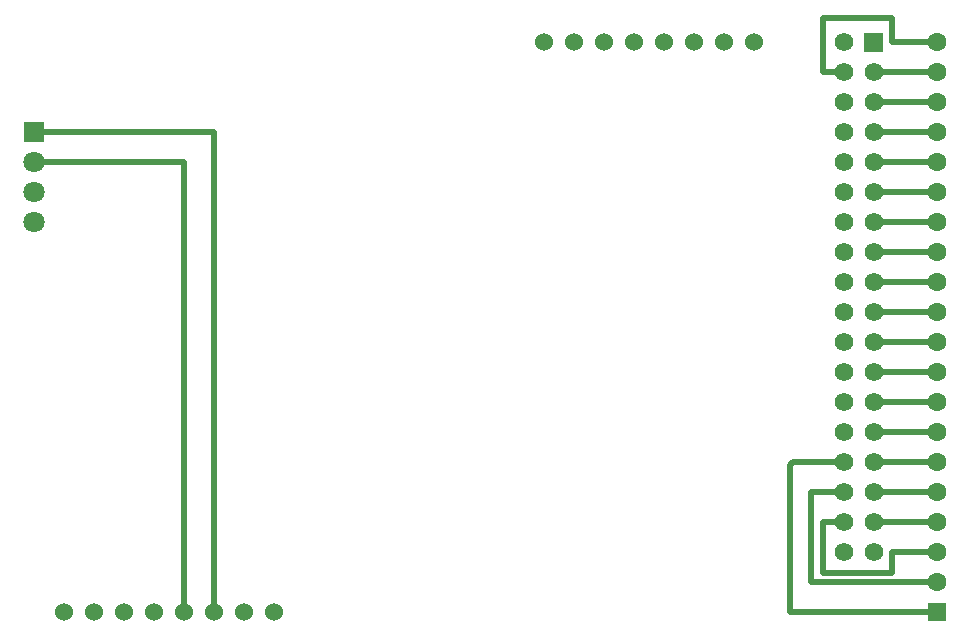
<source format=gbl>
G04 Layer: BottomLayer*
G04 EasyEDA v6.5.3, 2022-04-04 14:49:07*
G04 cbda9177925744229a5c16aaf3607e86,be635ba5e1a24524a6f9dddda72dafc0,10*
G04 Gerber Generator version 0.2*
G04 Scale: 100 percent, Rotated: No, Reflected: No *
G04 Dimensions in millimeters *
G04 leading zeros omitted , absolute positions ,4 integer and 5 decimal *
%FSLAX45Y45*%
%MOMM*%

%ADD11C,0.5080*%
%ADD12R,1.8000X1.8000*%
%ADD13C,1.8000*%
%ADD14C,1.6000*%
%ADD15R,1.6000X1.6000*%
%ADD16C,1.5240*%
%ADD17C,1.5700*%

%LPD*%
D11*
X-83058000Y65532000D02*
G01*
X-82524600Y65532000D01*
X-83312000Y65532000D02*
G01*
X-83489800Y65532000D01*
X-83489800Y65989200D01*
X-82905600Y65989200D01*
X-82905600Y65786000D01*
X-82524600Y65786000D01*
X-83312000Y61976000D02*
G01*
X-83591400Y61976000D01*
X-83591400Y61214000D01*
X-82524600Y61214000D01*
X-83312000Y61722000D02*
G01*
X-83489800Y61722000D01*
X-83489800Y61290200D01*
X-82905600Y61290200D01*
X-82905600Y61468000D01*
X-82524600Y61468000D01*
X-83058000Y61722000D02*
G01*
X-82524600Y61722000D01*
X-83058000Y61976000D02*
G01*
X-82524600Y61976000D01*
X-83058000Y62230000D02*
G01*
X-82524600Y62230000D01*
X-88646000Y60960000D02*
G01*
X-88646000Y65024000D01*
X-90170000Y65024000D01*
X-88900000Y60960000D02*
G01*
X-88900000Y64770000D01*
X-90170000Y64770000D01*
X-83312000Y62230000D02*
G01*
X-83743800Y62230000D01*
X-83769200Y62204600D01*
X-83769200Y60960000D01*
X-82499200Y60960000D01*
X-83058000Y62484000D02*
G01*
X-82499200Y62484000D01*
X-83058000Y62738000D02*
G01*
X-82499200Y62738000D01*
X-83058000Y62992000D02*
G01*
X-82499200Y62992000D01*
X-83058000Y63246000D02*
G01*
X-82499200Y63246000D01*
X-83058000Y63500000D02*
G01*
X-82499200Y63500000D01*
X-83058000Y63754000D02*
G01*
X-82499200Y63754000D01*
X-83058000Y64008000D02*
G01*
X-82499200Y64008000D01*
X-83058000Y64262000D02*
G01*
X-82499200Y64262000D01*
X-83058000Y64516000D02*
G01*
X-82499200Y64516000D01*
X-83058000Y64770000D02*
G01*
X-82499200Y64770000D01*
X-83058000Y65024000D02*
G01*
X-82499200Y65024000D01*
X-83058000Y65278000D02*
G01*
X-82499200Y65278000D01*
D12*
G01*
X-90170000Y65024000D03*
D13*
G01*
X-90170000Y64770000D03*
G01*
X-90170000Y64516000D03*
G01*
X-90170000Y64262000D03*
D14*
G01*
X-82524600Y65786000D03*
G01*
X-82524600Y65532000D03*
G01*
X-82524600Y65278000D03*
G01*
X-82524600Y65024000D03*
G01*
X-82524600Y64770000D03*
G01*
X-82524600Y64516000D03*
G01*
X-82524600Y64262000D03*
G01*
X-82524600Y64008000D03*
G01*
X-82524600Y63754000D03*
G01*
X-82524600Y63500000D03*
G01*
X-82524600Y63246000D03*
G01*
X-82524600Y62992000D03*
G01*
X-82524600Y62738000D03*
G01*
X-82524600Y62484000D03*
G01*
X-82524600Y62230000D03*
G01*
X-82524600Y61976000D03*
G01*
X-82524600Y61722000D03*
G01*
X-82524600Y61468000D03*
G01*
X-82524600Y61214000D03*
D15*
G01*
X-82524600Y60960000D03*
D16*
G01*
X-84074000Y65786000D03*
G01*
X-84328000Y65786000D03*
G01*
X-84582000Y65786000D03*
G01*
X-84836000Y65786000D03*
G01*
X-85090000Y65786000D03*
G01*
X-85344000Y65786000D03*
G01*
X-85598000Y65786000D03*
G01*
X-85852000Y65786000D03*
G01*
X-88138000Y60960000D03*
G01*
X-88392000Y60960000D03*
G01*
X-88646000Y60960000D03*
G01*
X-88900000Y60960000D03*
G01*
X-89154000Y60960000D03*
G01*
X-89408000Y60960000D03*
G01*
X-89662000Y60960000D03*
G01*
X-89916000Y60960000D03*
D17*
G01*
X-83312000Y65786000D03*
G36*
X-82979488Y65864511D02*
G01*
X-83136511Y65864511D01*
X-83136511Y65707488D01*
X-82979488Y65707488D01*
G37*
G01*
X-83058000Y65532000D03*
G01*
X-83312000Y65532000D03*
G01*
X-83058000Y65278000D03*
G01*
X-83312000Y65278000D03*
G01*
X-83058000Y65024000D03*
G01*
X-83312000Y65024000D03*
G01*
X-83058000Y64770000D03*
G01*
X-83312000Y64770000D03*
G01*
X-83058000Y64516000D03*
G01*
X-83312000Y64516000D03*
G01*
X-83058000Y64262000D03*
G01*
X-83312000Y64262000D03*
G01*
X-83058000Y64008000D03*
G01*
X-83312000Y64008000D03*
G01*
X-83058000Y63754000D03*
G01*
X-83312000Y63754000D03*
G01*
X-83058000Y63500000D03*
G01*
X-83312000Y63500000D03*
G01*
X-83058000Y63246000D03*
G01*
X-83312000Y63246000D03*
G01*
X-83058000Y62992000D03*
G01*
X-83312000Y62992000D03*
G01*
X-83058000Y62738000D03*
G01*
X-83312000Y62738000D03*
G01*
X-83058000Y62484000D03*
G01*
X-83312000Y62484000D03*
G01*
X-83058000Y62230000D03*
G01*
X-83312000Y62230000D03*
G01*
X-83058000Y61976000D03*
G01*
X-83312000Y61976000D03*
G01*
X-83058000Y61722000D03*
G01*
X-83312000Y61722000D03*
G01*
X-83058000Y61468000D03*
G01*
X-83312000Y61468000D03*
M02*

</source>
